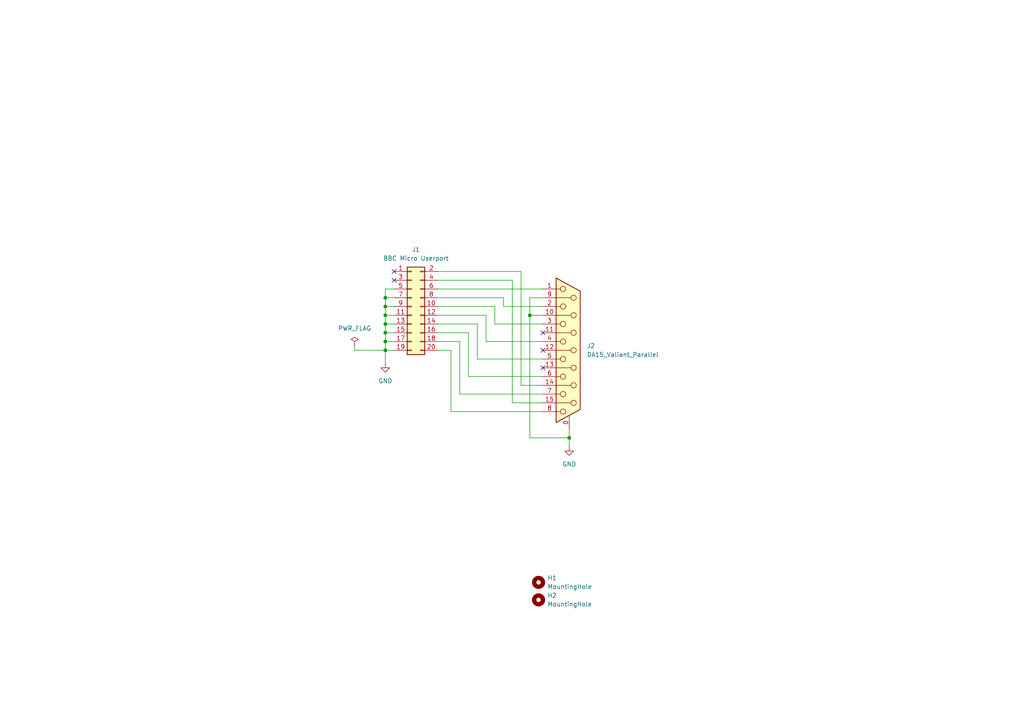
<source format=kicad_sch>
(kicad_sch (version 20231120) (generator "eeschema") (generator_version "8.0")
  (paper "A4")
  (title_block (title "Acorn Userport Valiant Turtle Adapter") (date "2024-10-24") (rev "1_0") (company "https://www.waitingforfriday.com") (comment 1 "(c) 2024 Simon Inns") (comment 2 "License: Attribution-ShareAlike 4.0 International (CC BY-SA 4.0)"))
  (lib_symbols
    (symbol "Connector:DA15_Receptacle_MountingHoles" (pin_names (offset 1.016) hide)
      (property "Reference" "J" (at 0 24.13 0))
      (property "Value" "DA15_Receptacle_MountingHoles" (at 0 22.225 0))
      (symbol "DA15_Receptacle_MountingHoles_0_1"
        (circle (center -1.778 -17.78) (radius 0.762))
        (circle (center -1.778 -12.7) (radius 0.762))
        (circle (center -1.778 -7.62) (radius 0.762))
        (circle (center -1.778 -2.54) (radius 0.762))
        (circle (center -1.778 2.54) (radius 0.762))
        (circle (center -1.778 7.62) (radius 0.762))
        (circle (center -1.778 12.7) (radius 0.762))
        (circle (center -1.778 17.78) (radius 0.762))
        (polyline (pts (xy -3.81 -17.78) (xy -2.54 -17.78)))
        (polyline (pts (xy -3.81 -15.24) (xy 0.508 -15.24)))
        (polyline (pts (xy -3.81 -12.7) (xy -2.54 -12.7)))
        (polyline (pts (xy -3.81 -10.16) (xy 0.508 -10.16)))
        (polyline (pts (xy -3.81 -7.62) (xy -2.54 -7.62)))
        (polyline (pts (xy -3.81 -5.08) (xy 0.508 -5.08)))
        (polyline (pts (xy -3.81 -2.54) (xy -2.54 -2.54)))
        (polyline (pts (xy -3.81 0) (xy 0.508 0)))
        (polyline (pts (xy -3.81 2.54) (xy -2.54 2.54)))
        (polyline (pts (xy -3.81 5.08) (xy 0.508 5.08)))
        (polyline (pts (xy -3.81 7.62) (xy -2.54 7.62)))
        (polyline (pts (xy -3.81 10.16) (xy 0.508 10.16)))
        (polyline (pts (xy -3.81 12.7) (xy -2.54 12.7)))
        (polyline (pts (xy -3.81 15.24) (xy 0.508 15.24)))
        (polyline (pts (xy -3.81 17.78) (xy -2.54 17.78)))
        (polyline (pts (xy -3.81 20.955) (xy 3.175 17.145) (xy 3.175 -17.145) (xy -3.81 -20.955) (xy -3.81 20.955)) (stroke (width 0.254)) (fill (type background)))
        (circle (center 1.27 -15.24) (radius 0.762))
        (circle (center 1.27 -10.16) (radius 0.762))
        (circle (center 1.27 -5.08) (radius 0.762))
        (circle (center 1.27 0) (radius 0.762))
        (circle (center 1.27 5.08) (radius 0.762))
        (circle (center 1.27 10.16) (radius 0.762))
        (circle (center 1.27 15.24) (radius 0.762))
      )
      (symbol "DA15_Receptacle_MountingHoles_1_1"
        (pin passive line (at 0 -22.86 90) (length 3.81) (name "PAD") (number "0"))
        (pin passive line (at -7.62 17.78 0) (length 3.81) (name "1") (number "1"))
        (pin passive line (at -7.62 10.16 0) (length 3.81) (name "P10") (number "10"))
        (pin passive line (at -7.62 5.08 0) (length 3.81) (name "P111") (number "11"))
        (pin passive line (at -7.62 0 0) (length 3.81) (name "P12") (number "12"))
        (pin passive line (at -7.62 -5.08 0) (length 3.81) (name "P13") (number "13"))
        (pin passive line (at -7.62 -10.16 0) (length 3.81) (name "P14") (number "14"))
        (pin passive line (at -7.62 -15.24 0) (length 3.81) (name "P15") (number "15"))
        (pin passive line (at -7.62 12.7 0) (length 3.81) (name "2") (number "2"))
        (pin passive line (at -7.62 7.62 0) (length 3.81) (name "3") (number "3"))
        (pin passive line (at -7.62 2.54 0) (length 3.81) (name "4") (number "4"))
        (pin passive line (at -7.62 -2.54 0) (length 3.81) (name "5") (number "5"))
        (pin passive line (at -7.62 -7.62 0) (length 3.81) (name "6") (number "6"))
        (pin passive line (at -7.62 -12.7 0) (length 3.81) (name "7") (number "7"))
        (pin passive line (at -7.62 -17.78 0) (length 3.81) (name "8") (number "8"))
        (pin passive line (at -7.62 15.24 0) (length 3.81) (name "P9") (number "9"))
      )
    )
    (symbol "Connector_Generic:Conn_02x10_Odd_Even" (pin_names (offset 1.016) hide)
      (property "Reference" "J" (at 1.27 12.7 0))
      (property "Value" "Conn_02x10_Odd_Even" (at 1.27 -15.24 0))
      (symbol "Conn_02x10_Odd_Even_1_1"
        (rectangle (start -1.27 -12.573) (end 0 -12.827) (stroke (width 0.1524)))
        (rectangle (start -1.27 -10.033) (end 0 -10.287) (stroke (width 0.1524)))
        (rectangle (start -1.27 -7.493) (end 0 -7.747) (stroke (width 0.1524)))
        (rectangle (start -1.27 -4.953) (end 0 -5.207) (stroke (width 0.1524)))
        (rectangle (start -1.27 -2.413) (end 0 -2.667) (stroke (width 0.1524)))
        (rectangle (start -1.27 0.127) (end 0 -0.127) (stroke (width 0.1524)))
        (rectangle (start -1.27 2.667) (end 0 2.413) (stroke (width 0.1524)))
        (rectangle (start -1.27 5.207) (end 0 4.953) (stroke (width 0.1524)))
        (rectangle (start -1.27 7.747) (end 0 7.493) (stroke (width 0.1524)))
        (rectangle (start -1.27 10.287) (end 0 10.033) (stroke (width 0.1524)))
        (rectangle (start -1.27 11.43) (end 3.81 -13.97) (stroke (width 0.254)) (fill (type background)))
        (rectangle (start 3.81 -12.573) (end 2.54 -12.827) (stroke (width 0.1524)))
        (rectangle (start 3.81 -10.033) (end 2.54 -10.287) (stroke (width 0.1524)))
        (rectangle (start 3.81 -7.493) (end 2.54 -7.747) (stroke (width 0.1524)))
        (rectangle (start 3.81 -4.953) (end 2.54 -5.207) (stroke (width 0.1524)))
        (rectangle (start 3.81 -2.413) (end 2.54 -2.667) (stroke (width 0.1524)))
        (rectangle (start 3.81 0.127) (end 2.54 -0.127) (stroke (width 0.1524)))
        (rectangle (start 3.81 2.667) (end 2.54 2.413) (stroke (width 0.1524)))
        (rectangle (start 3.81 5.207) (end 2.54 4.953) (stroke (width 0.1524)))
        (rectangle (start 3.81 7.747) (end 2.54 7.493) (stroke (width 0.1524)))
        (rectangle (start 3.81 10.287) (end 2.54 10.033) (stroke (width 0.1524)))
        (pin passive line (at -5.08 10.16 0) (length 3.81) (name "Pin_1") (number "1"))
        (pin passive line (at 7.62 0 180) (length 3.81) (name "Pin_10") (number "10"))
        (pin passive line (at -5.08 -2.54 0) (length 3.81) (name "Pin_11") (number "11"))
        (pin passive line (at 7.62 -2.54 180) (length 3.81) (name "Pin_12") (number "12"))
        (pin passive line (at -5.08 -5.08 0) (length 3.81) (name "Pin_13") (number "13"))
        (pin passive line (at 7.62 -5.08 180) (length 3.81) (name "Pin_14") (number "14"))
        (pin passive line (at -5.08 -7.62 0) (length 3.81) (name "Pin_15") (number "15"))
        (pin passive line (at 7.62 -7.62 180) (length 3.81) (name "Pin_16") (number "16"))
        (pin passive line (at -5.08 -10.16 0) (length 3.81) (name "Pin_17") (number "17"))
        (pin passive line (at 7.62 -10.16 180) (length 3.81) (name "Pin_18") (number "18"))
        (pin passive line (at -5.08 -12.7 0) (length 3.81) (name "Pin_19") (number "19"))
        (pin passive line (at 7.62 10.16 180) (length 3.81) (name "Pin_2") (number "2"))
        (pin passive line (at 7.62 -12.7 180) (length 3.81) (name "Pin_20") (number "20"))
        (pin passive line (at -5.08 7.62 0) (length 3.81) (name "Pin_3") (number "3"))
        (pin passive line (at 7.62 7.62 180) (length 3.81) (name "Pin_4") (number "4"))
        (pin passive line (at -5.08 5.08 0) (length 3.81) (name "Pin_5") (number "5"))
        (pin passive line (at 7.62 5.08 180) (length 3.81) (name "Pin_6") (number "6"))
        (pin passive line (at -5.08 2.54 0) (length 3.81) (name "Pin_7") (number "7"))
        (pin passive line (at 7.62 2.54 180) (length 3.81) (name "Pin_8") (number "8"))
        (pin passive line (at -5.08 0 0) (length 3.81) (name "Pin_9") (number "9"))
      )
    )
    (symbol "Mechanical:MountingHole" (pin_names (offset 1.016)) (exclude_from_sim yes) (in_bom no)
      (property "Reference" "H" (at 0 5.08 0))
      (property "Value" "MountingHole" (at 0 3.175 0))
      (symbol "MountingHole_0_1"
        (circle (center 0 0) (radius 1.27) (stroke (width 1.27)))
      )
    )
    (symbol "power:GND" (power) (pin_numbers hide) (pin_names (offset 0) hide)
      (property "Value" "GND" (at 0 -3.81 0))
      (symbol "GND_0_1"
        (polyline (pts (xy 0 0) (xy 0 -1.27) (xy 1.27 -1.27) (xy 0 -2.54) (xy -1.27 -1.27) (xy 0 -1.27)))
      )
      (symbol "GND_1_1"
        (pin power_in line (at 0 0 270) (length 0) (name "~") (number "1"))
      )
    )
    (symbol "power:PWR_FLAG" (power) (pin_numbers hide) (pin_names (offset 0) hide)
      (property "Value" "PWR_FLAG" (at 0 3.81 0))
      (symbol "PWR_FLAG_0_0"
        (pin power_out line (at 0 0 90) (length 0) (name "~") (number "1"))
      )
      (symbol "PWR_FLAG_0_1"
        (polyline (pts (xy 0 0) (xy 0 1.27) (xy -1.016 1.905) (xy 0 2.54) (xy 1.016 1.905) (xy 0 1.27)))
      )
    )
  )
  (junction (at 111.76 93.98))
  (junction (at 111.76 86.36))
  (junction (at 165.1 127))
  (junction (at 111.76 99.06))
  (junction (at 111.76 91.44))
  (junction (at 111.76 101.6))
  (junction (at 111.76 96.52))
  (junction (at 153.67 91.44))
  (junction (at 111.76 88.9))
  (no_connect (at 114.3 78.74))
  (no_connect (at 157.48 101.6))
  (no_connect (at 157.48 106.68))
  (no_connect (at 114.3 81.28))
  (no_connect (at 157.48 96.52))
  (wire (pts (xy 111.76 83.82) (xy 111.76 86.36)))
  (wire (pts (xy 111.76 101.6) (xy 111.76 105.41)))
  (wire (pts (xy 146.05 86.36) (xy 146.05 88.9)))
  (wire (pts (xy 127 91.44) (xy 140.97 91.44)))
  (wire (pts (xy 114.3 83.82) (xy 111.76 83.82)))
  (wire (pts (xy 130.81 101.6) (xy 130.81 119.38)))
  (wire (pts (xy 135.89 109.22) (xy 157.48 109.22)))
  (wire (pts (xy 146.05 88.9) (xy 157.48 88.9)))
  (wire (pts (xy 111.76 91.44) (xy 114.3 91.44)))
  (wire (pts (xy 140.97 91.44) (xy 140.97 99.06)))
  (wire (pts (xy 127 83.82) (xy 157.48 83.82)))
  (wire (pts (xy 111.76 88.9) (xy 114.3 88.9)))
  (wire (pts (xy 127 99.06) (xy 133.35 99.06)))
  (wire (pts (xy 157.48 86.36) (xy 153.67 86.36)))
  (wire (pts (xy 148.59 81.28) (xy 148.59 116.84)))
  (wire (pts (xy 151.13 111.76) (xy 157.48 111.76)))
  (wire (pts (xy 138.43 104.14) (xy 157.48 104.14)))
  (wire (pts (xy 153.67 91.44) (xy 153.67 127)))
  (wire (pts (xy 102.87 100.33) (xy 102.87 101.6)))
  (wire (pts (xy 138.43 93.98) (xy 138.43 104.14)))
  (wire (pts (xy 111.76 96.52) (xy 114.3 96.52)))
  (wire (pts (xy 133.35 99.06) (xy 133.35 114.3)))
  (wire (pts (xy 165.1 127) (xy 165.1 129.54)))
  (wire (pts (xy 140.97 99.06) (xy 157.48 99.06)))
  (wire (pts (xy 111.76 88.9) (xy 111.76 91.44)))
  (wire (pts (xy 111.76 86.36) (xy 111.76 88.9)))
  (wire (pts (xy 127 78.74) (xy 151.13 78.74)))
  (wire (pts (xy 143.51 88.9) (xy 143.51 93.98)))
  (wire (pts (xy 127 81.28) (xy 148.59 81.28)))
  (wire (pts (xy 153.67 127) (xy 165.1 127)))
  (wire (pts (xy 148.59 116.84) (xy 157.48 116.84)))
  (wire (pts (xy 111.76 99.06) (xy 111.76 101.6)))
  (wire (pts (xy 130.81 119.38) (xy 157.48 119.38)))
  (wire (pts (xy 127 88.9) (xy 143.51 88.9)))
  (wire (pts (xy 143.51 93.98) (xy 157.48 93.98)))
  (wire (pts (xy 111.76 93.98) (xy 111.76 96.52)))
  (wire (pts (xy 111.76 101.6) (xy 114.3 101.6)))
  (wire (pts (xy 165.1 127) (xy 165.1 124.46)))
  (wire (pts (xy 127 93.98) (xy 138.43 93.98)))
  (wire (pts (xy 133.35 114.3) (xy 157.48 114.3)))
  (wire (pts (xy 127 101.6) (xy 130.81 101.6)))
  (wire (pts (xy 153.67 91.44) (xy 157.48 91.44)))
  (wire (pts (xy 135.89 96.52) (xy 135.89 109.22)))
  (wire (pts (xy 111.76 86.36) (xy 114.3 86.36)))
  (wire (pts (xy 127 96.52) (xy 135.89 96.52)))
  (wire (pts (xy 127 86.36) (xy 146.05 86.36)))
  (wire (pts (xy 111.76 96.52) (xy 111.76 99.06)))
  (wire (pts (xy 151.13 78.74) (xy 151.13 111.76)))
  (wire (pts (xy 111.76 91.44) (xy 111.76 93.98)))
  (wire (pts (xy 111.76 99.06) (xy 114.3 99.06)))
  (wire (pts (xy 102.87 101.6) (xy 111.76 101.6)))
  (wire (pts (xy 153.67 86.36) (xy 153.67 91.44)))
  (wire (pts (xy 111.76 93.98) (xy 114.3 93.98)))
  (symbol (lib_id "Connector:DA15_Receptacle_MountingHoles") (at 165.1 101.6 0) (unit 1)
    (property "Reference" "J2" (at 170.18 100.3299 0) (effects (justify left)))
    (property "Value" "DA15_Valiant_Parallel" (at 170.18 102.8699 0) (effects (justify left)))
    (property "Footprint" "Connector_Dsub:DSUB-15_Female_Horizontal_P2.77x2.84mm_EdgePinOffset9.90mm_Housed_MountingHolesOffset11.32mm" (effects (hide yes)))
    (property "Description" "15-pin female receptacle socket D-SUB connector (low-density/2 columns), Mounting Hole" (effects (hide yes)))
  )
  (symbol (lib_id "power:PWR_FLAG") (at 102.87 100.33 0) (unit 1)
    (property "Reference" "#FLG01" (effects (hide yes)))
    (property "Value" "PWR_FLAG" (at 102.87 95.25 0))
    (property "Description" "Special symbol for telling ERC where power comes from" (effects (hide yes)))
  )
  (symbol (lib_id "Mechanical:MountingHole") (at 156.21 173.99 0) (unit 1) (exclude_from_sim yes) (in_bom no)
    (property "Reference" "H2" (at 158.75 172.7199 0) (effects (justify left)))
    (property "Value" "MountingHole" (at 158.75 175.2599 0) (effects (justify left)))
    (property "Footprint" "MountingHole:MountingHole_3.2mm_M3" (effects (hide yes)))
    (property "Description" "Mounting Hole without connection" (effects (hide yes)))
  )
  (symbol (lib_id "power:GND") (at 111.76 105.41 0) (unit 1)
    (property "Reference" "#PWR01" (effects (hide yes)))
    (property "Value" "GND" (at 111.76 110.49 0))
    (property "Description" "Power symbol creates a global label with name \"GND\" , ground" (effects (hide yes)))
  )
  (symbol (lib_id "Mechanical:MountingHole") (at 156.21 168.91 0) (unit 1) (exclude_from_sim yes) (in_bom no)
    (property "Reference" "H1" (at 158.75 167.6399 0) (effects (justify left)))
    (property "Value" "MountingHole" (at 158.75 170.1799 0) (effects (justify left)))
    (property "Footprint" "MountingHole:MountingHole_3.2mm_M3" (effects (hide yes)))
    (property "Description" "Mounting Hole without connection" (effects (hide yes)))
  )
  (symbol (lib_id "Connector_Generic:Conn_02x10_Odd_Even") (at 119.38 88.9 0) (unit 1)
    (property "Reference" "J1" (at 120.65 72.39 0))
    (property "Value" "BBC Micro Userport" (at 120.65 74.93 0))
    (property "Footprint" "Connector_IDC:IDC-Header_2x10_P2.54mm_Horizontal" (effects (hide yes)))
    (property "Description" "Generic connector, double row, 02x10, odd/even pin numbering scheme (row 1 odd numbers, row 2 even numbers), script generated (kicad-library-utils/schlib/autogen/connector/)" (effects (hide yes)))
  )
  (symbol (lib_id "power:GND") (at 165.1 129.54 0) (unit 1)
    (property "Reference" "#PWR02" (effects (hide yes)))
    (property "Value" "GND" (at 165.1 134.62 0))
    (property "Description" "Power symbol creates a global label with name \"GND\" , ground" (effects (hide yes)))
  )
)
</source>
